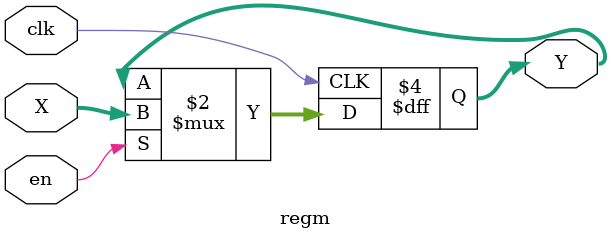
<source format=v>
/*module regm(input clk, en, input [15:0]X, output [15:0]Y);

// Register file storage
reg [15:0] register;

// Read and write from register file
always @(posedge clk) begin
    if (en)
        register <= X;
    else
        Y <= register;
end

endmodule */

module regm(
        input clk,
        input [15:0] X,
        input en,
        output reg [15:0] Y
        );
        
        always@(posedge clk)
            if(en)
                Y<=X;
endmodule


/*module regm(input clk,en, input X, output Y);
wire mux_out;
mux m1(mux_out, en, Y, X);
dff d1(Y, clk, mux_out);
endmodule

module mux(out, sel, a, b);
input sel, a, b;
output out;
wire w;
notg not_gate(w, sel);
pmos p1(out, b, w);
nmos n1(out, b, sel);
pmos p2(out, a, sel);
nmos n2(out, a, w);
endmodule

module notg(out, in);
input in;
output out;
wire vdd, gnd;
assign vdd = 1'b1;
assign gnd = 1'b0;
pmos p1(out, vdd, in);
nmos n1(out, gnd, in);
endmodule

module dff(out, clk, in);
input clk, in;
output out;
wire p, o, w_not, q, q_bar;
nand n11(p, in, clk);
nand n12(o, clk, w_not);
nand n21(q, p, q_bar);
nand n22(q_bar, o, q);
not not1(w_not, in);
assign out = q;
endmodule*/

</source>
